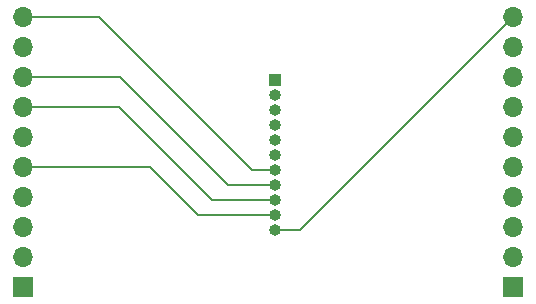
<source format=gbr>
%TF.GenerationSoftware,KiCad,Pcbnew,(5.1.10)-1*%
%TF.CreationDate,2023-09-09T18:44:11-05:00*%
%TF.ProjectId,perovskite_router,7065726f-7673-46b6-9974-655f726f7574,A*%
%TF.SameCoordinates,Original*%
%TF.FileFunction,Copper,L2,Bot*%
%TF.FilePolarity,Positive*%
%FSLAX46Y46*%
G04 Gerber Fmt 4.6, Leading zero omitted, Abs format (unit mm)*
G04 Created by KiCad (PCBNEW (5.1.10)-1) date 2023-09-09 18:44:11*
%MOMM*%
%LPD*%
G01*
G04 APERTURE LIST*
%TA.AperFunction,ComponentPad*%
%ADD10O,1.000000X1.000000*%
%TD*%
%TA.AperFunction,ComponentPad*%
%ADD11R,1.000000X1.000000*%
%TD*%
%TA.AperFunction,ComponentPad*%
%ADD12O,1.700000X1.700000*%
%TD*%
%TA.AperFunction,ComponentPad*%
%ADD13R,1.700000X1.700000*%
%TD*%
%TA.AperFunction,Conductor*%
%ADD14C,0.152400*%
%TD*%
G04 APERTURE END LIST*
D10*
%TO.P,J3,11*%
%TO.N,+3V3*%
X155702000Y-104394000D03*
%TO.P,J3,10*%
%TO.N,GND*%
X155702000Y-103124000D03*
%TO.P,J3,9*%
%TO.N,SCL*%
X155702000Y-101854000D03*
%TO.P,J3,8*%
%TO.N,SDA*%
X155702000Y-100584000D03*
%TO.P,J3,7*%
%TO.N,COMMON_1*%
X155702000Y-99314000D03*
%TO.P,J3,6*%
%TO.N,CELL_1*%
X155702000Y-98044000D03*
%TO.P,J3,5*%
%TO.N,CELL_2*%
X155702000Y-96774000D03*
%TO.P,J3,4*%
%TO.N,CELL_3*%
X155702000Y-95504000D03*
%TO.P,J3,3*%
%TO.N,CELL_6*%
X155702000Y-94234000D03*
%TO.P,J3,2*%
%TO.N,CELL_5*%
X155702000Y-92964000D03*
D11*
%TO.P,J3,1*%
%TO.N,CELL_4*%
X155702000Y-91694000D03*
%TD*%
D12*
%TO.P,J2,10*%
%TO.N,+3V3*%
X175866000Y-86360000D03*
%TO.P,J2,9*%
%TO.N,A0*%
X175866000Y-88900000D03*
%TO.P,J2,8*%
%TO.N,A1*%
X175866000Y-91440000D03*
%TO.P,J2,7*%
%TO.N,A2*%
X175866000Y-93980000D03*
%TO.P,J2,6*%
%TO.N,Net-(J2-Pad6)*%
X175866000Y-96520000D03*
%TO.P,J2,5*%
%TO.N,CELL_4*%
X175866000Y-99060000D03*
%TO.P,J2,4*%
%TO.N,CELL_5*%
X175866000Y-101600000D03*
%TO.P,J2,3*%
%TO.N,CELL_6*%
X175866000Y-104140000D03*
%TO.P,J2,2*%
%TO.N,Net-(J2-Pad2)*%
X175866000Y-106680000D03*
D13*
%TO.P,J2,1*%
%TO.N,COMMON_1*%
X175866000Y-109220000D03*
%TD*%
D12*
%TO.P,J1,10*%
%TO.N,COMMON_1*%
X134366000Y-86360000D03*
%TO.P,J1,9*%
%TO.N,Net-(J1-Pad9)*%
X134366000Y-88900000D03*
%TO.P,J1,8*%
%TO.N,SDA*%
X134366000Y-91440000D03*
%TO.P,J1,7*%
%TO.N,SCL*%
X134366000Y-93980000D03*
%TO.P,J1,6*%
%TO.N,ALERT*%
X134366000Y-96520000D03*
%TO.P,J1,5*%
%TO.N,GND*%
X134366000Y-99060000D03*
%TO.P,J1,4*%
%TO.N,Net-(J1-Pad4)*%
X134366000Y-101600000D03*
%TO.P,J1,3*%
%TO.N,CELL_3*%
X134366000Y-104140000D03*
%TO.P,J1,2*%
%TO.N,CELL_2*%
X134366000Y-106680000D03*
D13*
%TO.P,J1,1*%
%TO.N,CELL_1*%
X134366000Y-109220000D03*
%TD*%
D14*
%TO.N,GND*%
X155702000Y-103124000D02*
X149225000Y-103124000D01*
X145161000Y-99060000D02*
X134366000Y-99060000D01*
X149225000Y-103124000D02*
X145161000Y-99060000D01*
%TO.N,+3V3*%
X175866000Y-86360000D02*
X157832000Y-104394000D01*
X157832000Y-104394000D02*
X155702000Y-104394000D01*
%TO.N,SDA*%
X155702000Y-100584000D02*
X151765000Y-100584000D01*
X142621000Y-91440000D02*
X134366000Y-91440000D01*
X151765000Y-100584000D02*
X142621000Y-91440000D01*
%TO.N,SCL*%
X155702000Y-101854000D02*
X150368000Y-101854000D01*
X142494000Y-93980000D02*
X134366000Y-93980000D01*
X150368000Y-101854000D02*
X142494000Y-93980000D01*
%TO.N,COMMON_1*%
X134366000Y-86360000D02*
X140779500Y-86360000D01*
X153733500Y-99314000D02*
X155702000Y-99314000D01*
X140779500Y-86360000D02*
X153733500Y-99314000D01*
%TD*%
M02*

</source>
